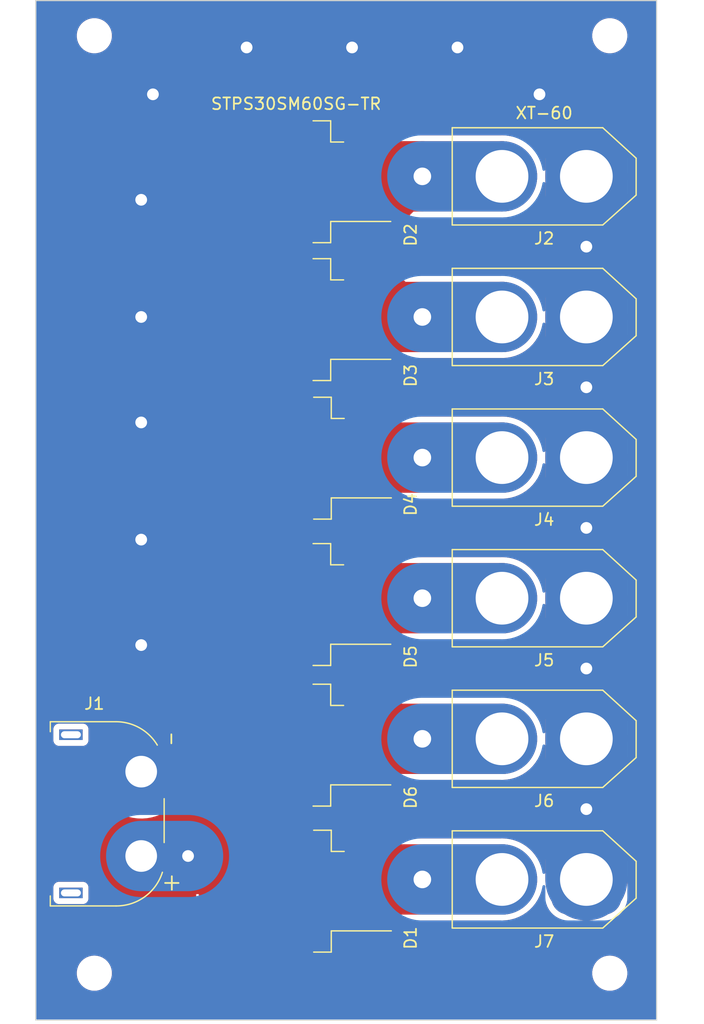
<source format=kicad_pcb>
(kicad_pcb (version 20221018) (generator pcbnew)
  (layers (0 "F.Cu" signal) (31 "B.Cu" signal) (34 "B.Paste" user) (35 "F.Paste" user) (36 "B.SilkS" user "B.Silkscreen") (37 "F.SilkS" user "F.Silkscreen") (38 "B.Mask" user) (39 "F.Mask" user) (44 "Edge.Cuts" user))
  (net 0 "")
  (net 1 "/VCC")
  (net 2 "Net-(D1-A2)")
  (net 3 "Net-(D2-A2)")
  (net 4 "Net-(D3-A2)")
  (net 5 "Net-(D4-A2)")
  (net 6 "Net-(D5-A2)")
  (net 7 "Net-(D6-A2)")
  (net 8 "GND")
  (footprint "Matt:TO-263-2_TabPin1_Alt" (layer "F.Cu") (at 162.4 129 180)
    (fp_text reference "D1" (at -11.6 -4 90) (layer "F.SilkS"))
    (fp_text value "STPS30SM60SG-TR")
    (fp_line (start -4.825 -5.2) (end -4.825 -3.39) (stroke (width 0.12)) (layer "F.SilkS"))
    (fp_line (start -4.825 -3.39) (end -9.95 -3.39) (stroke (width 0.12)) (layer "F.SilkS"))
    (fp_line (start -4.825 3.39) (end -5.925 3.39) (stroke (width 0.12)) (layer "F.SilkS"))
    (fp_line (start -4.825 5.2) (end -4.825 3.39) (stroke (width 0.12)) (layer "F.SilkS"))
    (fp_line (start -3.325 -5.2) (end -4.825 -5.2) (stroke (width 0.12)) (layer "F.SilkS"))
    (fp_line (start -3.325 5.2) (end -4.825 5.2) (stroke (width 0.12)) (layer "F.SilkS"))
    (pad "1" smd roundrect (at 1.5 0 180) (size 9.4 10.8) (layers "F.Cu" "F.Mask") (roundrect_rratio 0.02659574468) (net 1 "/VCC"))
    (pad "2" smd roundrect (at -7.65 -2.54 180) (size 4.6 1.1) (layers "F.Cu" "F.Paste" "F.Mask") (net 2 "Net-(D1-A2)"))
    (pad "2" smd roundrect (at -7.65 2.54 180) (size 4.6 1.1) (layers "F.Cu" "F.Paste" "F.Mask") (net 2 "Net-(D1-A2)"))
  )
  (footprint "MountingHole:MountingHole_2.5mm" (layer "F.Cu") (at 191 136)
    (fp_text reference "REF4" hide)
    (fp_text value "MountingHole_2.5mm")
    (pad "" np_thru_hole circle (at 0 0) (size 2.5 2.5) (drill 2.5) (layers "*.Cu" "*.Mask"))
  )
  (footprint "Connector_AMASS:AMASS_XT60-M_1x02_P7.20mm_Vertical" (layer "F.Cu") (at 189 104 180)
    (fp_text reference "J5" (at 3.6 -5.3) (layer "F.SilkS"))
    (fp_text value "XT-60")
    (fp_line (start -4.25 -1.6) (end -4.25 1.55) (stroke (width 0.12)) (layer "F.SilkS"))
    (fp_line (start -4.25 1.55) (end -1.4 4.15) (stroke (width 0.12)) (layer "F.SilkS"))
    (fp_line (start -1.4 -4.15) (end -4.25 -1.6) (stroke (width 0.12)) (layer "F.SilkS"))
    (fp_line (start -1.4 4.15) (end 11.45 4.15) (stroke (width 0.12)) (layer "F.SilkS"))
    (fp_line (start 11.45 -4.15) (end -1.4 -4.15) (stroke (width 0.12)) (layer "F.SilkS"))
    (fp_line (start 11.45 4.15) (end 11.45 -4.15) (stroke (width 0.12)) (layer "F.SilkS"))
    (pad "1" thru_hole roundrect (at 0 0 180) (size 6 6) (drill 4.5) (layers "*.Cu" "*.Mask") (net 8 "GND"))
    (pad "2" thru_hole circle (at 7.2 0 180) (size 6 6) (drill 4.5) (layers "*.Cu" "*.Mask") (net 6 "Net-(D5-A2)"))
  )
  (footprint "MountingHole:MountingHole_2.5mm" (layer "F.Cu") (at 191 56)
    (fp_text reference "REF2" hide)
    (fp_text value "MountingHole_2.5mm")
    (pad "" np_thru_hole circle (at 0 0) (size 2.5 2.5) (drill 2.5) (layers "*.Cu" "*.Mask"))
  )
  (footprint "Connector_AMASS:AMASS_XT60-M_1x02_P7.20mm_Vertical" (layer "F.Cu") (at 189 92 180)
    (fp_text reference "J4" (at 3.6 -5.3) (layer "F.SilkS"))
    (fp_text value "XT-60")
    (fp_line (start -4.25 -1.6) (end -4.25 1.55) (stroke (width 0.12)) (layer "F.SilkS"))
    (fp_line (start -4.25 1.55) (end -1.4 4.15) (stroke (width 0.12)) (layer "F.SilkS"))
    (fp_line (start -1.4 -4.15) (end -4.25 -1.6) (stroke (width 0.12)) (layer "F.SilkS"))
    (fp_line (start -1.4 4.15) (end 11.45 4.15) (stroke (width 0.12)) (layer "F.SilkS"))
    (fp_line (start 11.45 -4.15) (end -1.4 -4.15) (stroke (width 0.12)) (layer "F.SilkS"))
    (fp_line (start 11.45 4.15) (end 11.45 -4.15) (stroke (width 0.12)) (layer "F.SilkS"))
    (pad "1" thru_hole roundrect (at 0 0 180) (size 6 6) (drill 4.5) (layers "*.Cu" "*.Mask") (net 8 "GND"))
    (pad "2" thru_hole circle (at 7.2 0 180) (size 6 6) (drill 4.5) (layers "*.Cu" "*.Mask") (net 5 "Net-(D4-A2)"))
  )
  (footprint "MountingHole:MountingHole_2.5mm" (layer "F.Cu") (at 147 136)
    (fp_text reference "REF3" hide)
    (fp_text value "MountingHole_2.5mm")
    (pad "" np_thru_hole circle (at 0 0) (size 2.5 2.5) (drill 2.5) (layers "*.Cu" "*.Mask"))
  )
  (footprint "Matt:TO-263-2_TabPin1_Alt" (layer "F.Cu") (at 162.35 104.54 180)
    (fp_text reference "D5" (at -11.65 -4.46 90) (layer "F.SilkS"))
    (fp_text value "STPS30SM60SG-TR")
    (fp_line (start -4.825 -5.2) (end -4.825 -3.39) (stroke (width 0.12)) (layer "F.SilkS"))
    (fp_line (start -4.825 -3.39) (end -9.95 -3.39) (stroke (width 0.12)) (layer "F.SilkS"))
    (fp_line (start -4.825 3.39) (end -5.925 3.39) (stroke (width 0.12)) (layer "F.SilkS"))
    (fp_line (start -4.825 5.2) (end -4.825 3.39) (stroke (width 0.12)) (layer "F.SilkS"))
    (fp_line (start -3.325 -5.2) (end -4.825 -5.2) (stroke (width 0.12)) (layer "F.SilkS"))
    (fp_line (start -3.325 5.2) (end -4.825 5.2) (stroke (width 0.12)) (layer "F.SilkS"))
    (pad "1" smd roundrect (at 1.5 0 180) (size 9.4 10.8) (layers "F.Cu" "F.Mask") (roundrect_rratio 0.02659574468) (net 1 "/VCC"))
    (pad "2" smd roundrect (at -7.65 -2.54 180) (size 4.6 1.1) (layers "F.Cu" "F.Paste" "F.Mask") (net 6 "Net-(D5-A2)"))
    (pad "2" smd roundrect (at -7.65 2.54 180) (size 4.6 1.1) (layers "F.Cu" "F.Paste" "F.Mask") (net 6 "Net-(D5-A2)"))
  )
  (footprint "Connector_AMASS:AMASS_XT60-M_1x02_P7.20mm_Vertical" (layer "F.Cu") (at 189 68 180)
    (fp_text reference "J2" (at 3.6 -5.3) (layer "F.SilkS"))
    (fp_text value "XT-60" (at 3.6 5.4) (layer "F.SilkS"))
    (fp_line (start -4.25 -1.6) (end -4.25 1.55) (stroke (width 0.12)) (layer "F.SilkS"))
    (fp_line (start -4.25 1.55) (end -1.4 4.15) (stroke (width 0.12)) (layer "F.SilkS"))
    (fp_line (start -1.4 -4.15) (end -4.25 -1.6) (stroke (width 0.12)) (layer "F.SilkS"))
    (fp_line (start -1.4 4.15) (end 11.45 4.15) (stroke (width 0.12)) (layer "F.SilkS"))
    (fp_line (start 11.45 -4.15) (end -1.4 -4.15) (stroke (width 0.12)) (layer "F.SilkS"))
    (fp_line (start 11.45 4.15) (end 11.45 -4.15) (stroke (width 0.12)) (layer "F.SilkS"))
    (pad "1" thru_hole roundrect (at 0 0 180) (size 6 6) (drill 4.5) (layers "*.Cu" "*.Mask") (net 8 "GND"))
    (pad "2" thru_hole circle (at 7.2 0 180) (size 6 6) (drill 4.5) (layers "*.Cu" "*.Mask") (net 3 "Net-(D2-A2)"))
  )
  (footprint "Matt:TO-263-2_TabPin1_Alt" (layer "F.Cu") (at 162.35 68.46 180)
    (fp_text reference "D2" (at -11.65 -4.54 90) (layer "F.SilkS"))
    (fp_text value "STPS30SM60SG-TR" (at -1.875 6.65) (layer "F.SilkS"))
    (fp_line (start -4.825 -5.2) (end -4.825 -3.39) (stroke (width 0.12)) (layer "F.SilkS"))
    (fp_line (start -4.825 -3.39) (end -9.95 -3.39) (stroke (width 0.12)) (layer "F.SilkS"))
    (fp_line (start -4.825 3.39) (end -5.925 3.39) (stroke (width 0.12)) (layer "F.SilkS"))
    (fp_line (start -4.825 5.2) (end -4.825 3.39) (stroke (width 0.12)) (layer "F.SilkS"))
    (fp_line (start -3.325 -5.2) (end -4.825 -5.2) (stroke (width 0.12)) (layer "F.SilkS"))
    (fp_line (start -3.325 5.2) (end -4.825 5.2) (stroke (width 0.12)) (layer "F.SilkS"))
    (pad "1" smd roundrect (at 1.5 0 180) (size 9.4 10.8) (layers "F.Cu" "F.Mask") (roundrect_rratio 0.02659574468) (net 1 "/VCC"))
    (pad "2" smd roundrect (at -7.65 -2.54 180) (size 4.6 1.1) (layers "F.Cu" "F.Paste" "F.Mask") (net 3 "Net-(D2-A2)"))
    (pad "2" smd roundrect (at -7.65 2.54 180) (size 4.6 1.1) (layers "F.Cu" "F.Paste" "F.Mask") (net 3 "Net-(D2-A2)"))
  )
  (footprint "Matt:TO-263-2_TabPin1_Alt" (layer "F.Cu") (at 162.35 116.54 180)
    (fp_text reference "D6" (at -11.65 -4.46 90) (layer "F.SilkS"))
    (fp_text value "STPS30SM60SG-TR")
    (fp_line (start -4.825 -5.2) (end -4.825 -3.39) (stroke (width 0.12)) (layer "F.SilkS"))
    (fp_line (start -4.825 -3.39) (end -9.95 -3.39) (stroke (width 0.12)) (layer "F.SilkS"))
    (fp_line (start -4.825 3.39) (end -5.925 3.39) (stroke (width 0.12)) (layer "F.SilkS"))
    (fp_line (start -4.825 5.2) (end -4.825 3.39) (stroke (width 0.12)) (layer "F.SilkS"))
    (fp_line (start -3.325 -5.2) (end -4.825 -5.2) (stroke (width 0.12)) (layer "F.SilkS"))
    (fp_line (start -3.325 5.2) (end -4.825 5.2) (stroke (width 0.12)) (layer "F.SilkS"))
    (pad "1" smd roundrect (at 1.5 0 180) (size 9.4 10.8) (layers "F.Cu" "F.Mask") (roundrect_rratio 0.02659574468) (net 1 "/VCC"))
    (pad "2" smd roundrect (at -7.65 -2.54 180) (size 4.6 1.1) (layers "F.Cu" "F.Paste" "F.Mask") (net 7 "Net-(D6-A2)"))
    (pad "2" smd roundrect (at -7.65 2.54 180) (size 4.6 1.1) (layers "F.Cu" "F.Paste" "F.Mask") (net 7 "Net-(D6-A2)"))
  )
  (footprint "MountingHole:MountingHole_2.5mm" (layer "F.Cu") (at 147 56)
    (fp_text reference "REF1" hide)
    (fp_text value "MountingHole_2.5mm")
    (pad "" np_thru_hole circle (at 0 0) (size 2.5 2.5) (drill 2.5) (layers "*.Cu" "*.Mask"))
  )
  (footprint "Matt:TO-263-2_TabPin1_Alt" (layer "F.Cu") (at 162.35 80.225 180)
    (fp_text reference "D3" (at -11.65 -4.775 90) (layer "F.SilkS"))
    (fp_text value "STPS30SM60SG-TR")
    (fp_line (start -4.825 -5.2) (end -4.825 -3.39) (stroke (width 0.12)) (layer "F.SilkS"))
    (fp_line (start -4.825 -3.39) (end -9.95 -3.39) (stroke (width 0.12)) (layer "F.SilkS"))
    (fp_line (start -4.825 3.39) (end -5.925 3.39) (stroke (width 0.12)) (layer "F.SilkS"))
    (fp_line (start -4.825 5.2) (end -4.825 3.39) (stroke (width 0.12)) (layer "F.SilkS"))
    (fp_line (start -3.325 -5.2) (end -4.825 -5.2) (stroke (width 0.12)) (layer "F.SilkS"))
    (fp_line (start -3.325 5.2) (end -4.825 5.2) (stroke (width 0.12)) (layer "F.SilkS"))
    (pad "1" smd roundrect (at 1.5 0 180) (size 9.4 10.8) (layers "F.Cu" "F.Mask") (roundrect_rratio 0.02659574468) (net 1 "/VCC"))
    (pad "2" smd roundrect (at -7.65 -2.54 180) (size 4.6 1.1) (layers "F.Cu" "F.Paste" "F.Mask") (net 4 "Net-(D3-A2)"))
    (pad "2" smd roundrect (at -7.65 2.54 180) (size 4.6 1.1) (layers "F.Cu" "F.Paste" "F.Mask") (net 4 "Net-(D3-A2)"))
  )
  (footprint "Connector_AMASS:AMASS_XT60PW-F_1x02_P7.20mm_Horizontal" (layer "F.Cu") (at 151 118.8 90)
    (fp_text reference "J1" (at 5.8 -4 180) (layer "F.SilkS"))
    (fp_text value "XT60_INPUT")
    (fp_text user "+" (at -9.5 2.5 90) (layer "F.SilkS") (effects (font (size 1.5 1.5))))
    (fp_text user "-" (at 2.8 2.5 90) (layer "F.SilkS"))
    (fp_line (start -11.46 -7.76) (end -11.46 -2.15) (stroke (width 0.12)) (layer "F.SilkS"))
    (fp_line (start -11.46 -7.76) (end -10.61 -7.76) (stroke (width 0.12)) (layer "F.SilkS"))
    (fp_line (start -6.05 1.96) (end -2.31 1.96) (stroke (width 0.12)) (layer "F.SilkS"))
    (fp_line (start 3.41 -7.76) (end 4.26 -7.76) (stroke (width 0.12)) (layer "F.SilkS"))
    (fp_line (start 4.26 -7.76) (end 4.26 -2.15) (stroke (width 0.12)) (layer "F.SilkS"))
    (fp_arc (start -8.5899 1.808718) (mid -10.677645 0.302568) (end -11.46 -2.15) (stroke (width 0.12)) (layer "F.SilkS"))
    (fp_arc (start 4.26 -2.15) (mid 3.727162 -0.126139) (end 2.266806 1.372958) (stroke (width 0.12)) (layer "F.SilkS"))
    (pad "" thru_hole rect (at -10.35 -6 90) (size 0.9 2) (drill oval 0.6 1.7) (layers "*.Cu" "*.Mask"))
    (pad "" thru_hole rect (at 3.15 -6 90) (size 0.9 2) (drill oval 0.6 1.7) (layers "*.Cu" "*.Mask"))
    (pad "1" thru_hole roundrect (at 0 0 90) (size 4.1 4.1) (drill 2.7) (layers "*.Cu" "*.Mask") (net 8 "GND"))
    (pad "2" thru_hole circle (at -7.2 0 90) (size 4.1 4.1) (drill 2.7) (layers "*.Cu" "*.Mask") (net 1 "/VCC"))
  )
  (footprint "Connector_AMASS:AMASS_XT60-M_1x02_P7.20mm_Vertical" (layer "F.Cu") (at 189 80 180)
    (fp_text reference "J3" (at 3.6 -5.3) (layer "F.SilkS"))
    (fp_text value "XT-60")
    (fp_line (start -4.25 -1.6) (end -4.25 1.55) (stroke (width 0.12)) (layer "F.SilkS"))
    (fp_line (start -4.25 1.55) (end -1.4 4.15) (stroke (width 0.12)) (layer "F.SilkS"))
    (fp_line (start -1.4 -4.15) (end -4.25 -1.6) (stroke (width 0.12)) (layer "F.SilkS"))
    (fp_line (start -1.4 4.15) (end 11.45 4.15) (stroke (width 0.12)) (layer "F.SilkS"))
    (fp_line (start 11.45 -4.15) (end -1.4 -4.15) (stroke (width 0.12)) (layer "F.SilkS"))
    (fp_line (start 11.45 4.15) (end 11.45 -4.15) (stroke (width 0.12)) (layer "F.SilkS"))
    (pad "1" thru_hole roundrect (at 0 0 180) (size 6 6) (drill 4.5) (layers "*.Cu" "*.Mask") (net 8 "GND"))
    (pad "2" thru_hole circle (at 7.2 0 180) (size 6 6) (drill 4.5) (layers "*.Cu" "*.Mask") (net 4 "Net-(D3-A2)"))
  )
  (footprint "Connector_AMASS:AMASS_XT60-M_1x02_P7.20mm_Vertical" (layer "F.Cu") (at 189 116 180)
    (fp_text reference "J6" (at 3.6 -5.3) (layer "F.SilkS"))
    (fp_text value "XT-60")
    (fp_line (start -4.25 -1.6) (end -4.25 1.55) (stroke (width 0.12)) (layer "F.SilkS"))
    (fp_line (start -4.25 1.55) (end -1.4 4.15) (stroke (width 0.12)) (layer "F.SilkS"))
    (fp_line (start -1.4 -4.15) (end -4.25 -1.6) (stroke (width 0.12)) (layer "F.SilkS"))
    (fp_line (start -1.4 4.15) (end 11.45 4.15) (stroke (width 0.12)) (layer "F.SilkS"))
    (fp_line (start 11.45 -4.15) (end -1.4 -4.15) (stroke (width 0.12)) (layer "F.SilkS"))
    (fp_line (start 11.45 4.15) (end 11.45 -4.15) (stroke (width 0.12)) (layer "F.SilkS"))
    (pad "1" thru_hole roundrect (at 0 0 180) (size 6 6) (drill 4.5) (layers "*.Cu" "*.Mask") (net 8 "GND"))
    (pad "2" thru_hole circle (at 7.2 0 180) (size 6 6) (drill 4.5) (layers "*.Cu" "*.Mask") (net 7 "Net-(D6-A2)"))
  )
  (footprint "Matt:TO-263-2_TabPin1_Alt" (layer "F.Cu") (at 162.4 92.05 180)
    (fp_text reference "D4" (at -11.6 -3.95 90) (layer "F.SilkS"))
    (fp_text value "STPS30SM60SG-TR")
    (fp_line (start -4.825 -5.2) (end -4.825 -3.39) (stroke (width 0.12)) (layer "F.SilkS"))
    (fp_line (start -4.825 -3.39) (end -9.95 -3.39) (stroke (width 0.12)) (layer "F.SilkS"))
    (fp_line (start -4.825 3.39) (end -5.925 3.39) (stroke (width 0.12)) (layer "F.SilkS"))
    (fp_line (start -4.825 5.2) (end -4.825 3.39) (stroke (width 0.12)) (layer "F.SilkS"))
    (fp_line (start -3.325 -5.2) (end -4.825 -5.2) (stroke (width 0.12)) (layer "F.SilkS"))
    (fp_line (start -3.325 5.2) (end -4.825 5.2) (stroke (width 0.12)) (layer "F.SilkS"))
    (pad "1" smd roundrect (at 1.5 0 180) (size 9.4 10.8) (layers "F.Cu" "F.Mask") (roundrect_rratio 0.02659574468) (net 1 "/VCC"))
    (pad "2" smd roundrect (at -7.65 -2.54 180) (size 4.6 1.1) (layers "F.Cu" "F.Paste" "F.Mask") (net 5 "Net-(D4-A2)"))
    (pad "2" smd roundrect (at -7.65 2.54 180) (size 4.6 1.1) (layers "F.Cu" "F.Paste" "F.Mask") (net 5 "Net-(D4-A2)"))
  )
  (footprint "Connector_AMASS:AMASS_XT60-M_1x02_P7.20mm_Vertical" (layer "F.Cu") (at 189 128 180)
    (fp_text reference "J7" (at 3.6 -5.3) (layer "F.SilkS"))
    (fp_text value "XT-60")
    (fp_line (start -4.25 -1.6) (end -4.25 1.55) (stroke (width 0.12)) (layer "F.SilkS"))
    (fp_line (start -4.25 1.55) (end -1.4 4.15) (stroke (width 0.12)) (layer "F.SilkS"))
    (fp_line (start -1.4 -4.15) (end -4.25 -1.6) (stroke (width 0.12)) (layer "F.SilkS"))
    (fp_line (start -1.4 4.15) (end 11.45 4.15) (stroke (width 0.12)) (layer "F.SilkS"))
    (fp_line (start 11.45 -4.15) (end -1.4 -4.15) (stroke (width 0.12)) (layer "F.SilkS"))
    (fp_line (start 11.45 4.15) (end 11.45 -4.15) (stroke (width 0.12)) (layer "F.SilkS"))
    (pad "1" thru_hole roundrect (at 0 0 180) (size 6 6) (drill 4.5) (layers "*.Cu" "*.Mask") (net 8 "GND"))
    (pad "2" thru_hole circle (at 7.2 0 180) (size 6 6) (drill 4.5) (layers "*.Cu" "*.Mask") (net 2 "Net-(D1-A2)"))
  )
  (gr_rect (start 142 53) (end 195 140) (stroke (width 0.1)) (fill none) (layer "Edge.Cuts"))
  (segment (start 159.675 118) (end 160.9 116.775) (width 6) (layer "F.Cu") (net 1))
  (segment (start 151 126) (end 159.675 126) (width 6) (layer "F.Cu") (net 1))
  (segment (start 160.9 129) (end 160.85 68.46) (width 10) (layer "F.Cu") (net 1))
  (via (at 155 126) (size 2) (drill 1) (layers "F.Cu" "B.Cu") (net 1))
  (segment (start 151 126) (end 155 126) (width 6) (layer "B.Cu") (net 1))
  (segment (start 170.05 126.46) (end 170.05 131.54) (width 6) (layer "F.Cu") (net 2))
  (segment (start 181.8 128) (end 171.59 128) (width 6) (layer "F.Cu") (net 2))
  (segment (start 171.59 128) (end 170.05 126.46) (width 6) (layer "F.Cu") (net 2))
  (via (at 175 128) (size 3) (drill 1.5) (layers "F.Cu" "B.Cu") (net 2))
  (segment (start 181.8 128) (end 175 128) (width 6) (layer "B.Cu") (net 2))
  (segment (start 181.8 68) (end 173 68) (width 6) (layer "F.Cu") (net 3))
  (segment (start 173 68) (end 170 71) (width 6) (layer "F.Cu") (net 3))
  (segment (start 170 71) (end 170 65.92) (width 6) (layer "F.Cu") (net 3))
  (segment (start 175 68) (end 173 68) (width 6) (layer "F.Cu") (net 3))
  (via (at 175 68) (size 3) (drill 1.5) (layers "F.Cu" "B.Cu") (net 3))
  (segment (start 181.8 68) (end 175 68) (width 6) (layer "B.Cu") (net 3))
  (segment (start 181.8 80) (end 172.315 80) (width 6) (layer "F.Cu") (net 4))
  (segment (start 172.315 80) (end 170 77.685) (width 6) (layer "F.Cu") (net 4))
  (segment (start 170 77.685) (end 170 82.765) (width 6) (layer "F.Cu") (net 4))
  (via (at 175 80) (size 3) (drill 1.5) (layers "F.Cu" "B.Cu") (net 4))
  (segment (start 181.8 80) (end 175 80) (width 6) (layer "B.Cu") (net 4))
  (segment (start 181.8 92) (end 171 92) (width 6) (layer "F.Cu") (net 5))
  (segment (start 170.05 91.05) (end 170.05 94.59) (width 6) (layer "F.Cu") (net 5))
  (segment (start 171 92) (end 170.05 91.05) (width 6) (layer "F.Cu") (net 5))
  (via (at 175 92) (size 3) (drill 1.5) (layers "F.Cu" "B.Cu") (net 5))
  (segment (start 181.8 92) (end 175 92) (width 6) (layer "B.Cu") (net 5))
  (segment (start 170 102) (end 170 107.08) (width 6) (layer "F.Cu") (net 6))
  (segment (start 181.8 104) (end 172 104) (width 6) (layer "F.Cu") (net 6))
  (segment (start 172 104) (end 170 102) (width 6) (layer "F.Cu") (net 6))
  (via (at 175 104) (size 3) (drill 1.5) (layers "F.Cu" "B.Cu") (net 6))
  (segment (start 181.8 104) (end 175 104) (width 6) (layer "B.Cu") (net 6))
  (segment (start 170 114) (end 170 119.08) (width 6) (layer "F.Cu") (net 7))
  (segment (start 172 116) (end 170 114) (width 6) (layer "F.Cu") (net 7))
  (segment (start 181.8 116) (end 172 116) (width 6) (layer "F.Cu") (net 7))
  (via (at 175 116) (size 3) (drill 1.5) (layers "F.Cu" "B.Cu") (net 7))
  (segment (start 181.8 116) (end 175 116) (width 6) (layer "B.Cu") (net 7))
  (segment (start 151 61.781014) (end 151 118.8) (width 7) (layer "F.Cu") (net 8))
  (segment (start 189 92) (end 189 80) (width 7) (layer "F.Cu") (net 8))
  (segment (start 181 57) (end 178 57) (width 7) (layer "F.Cu") (net 8))
  (segment (start 189 68) (end 189 65) (width 7) (layer "F.Cu") (net 8))
  (segment (start 189 65) (end 181 57) (width 7) (layer "F.Cu") (net 8))
  (segment (start 155.781014 57) (end 151 61.781014) (width 7) (layer "F.Cu") (net 8))
  (segment (start 189 116) (end 189 104) (width 7) (layer "F.Cu") (net 8))
  (segment (start 180.558074 57) (end 155.781014 57) (width 7) (layer "F.Cu") (net 8))
  (segment (start 189 80) (end 189 68) (width 7) (layer "F.Cu") (net 8))
  (segment (start 189 128) (end 189 116) (width 7) (layer "F.Cu") (net 8))
  (segment (start 189 104) (end 189 92) (width 7) (layer "F.Cu") (net 8))
  (via (at 189 86) (size 2) (drill 1) (layers "F.Cu" "B.Cu") (net 8))
  (via (at 152 61) (size 2) (drill 1) (layers "F.Cu" "B.Cu") (net 8))
  (via (at 151 99) (size 2) (drill 1) (layers "F.Cu" "B.Cu") (net 8))
  (via (at 189 122) (size 2) (drill 1) (layers "F.Cu" "B.Cu") (net 8))
  (via (at 189 74) (size 2) (drill 1) (layers "F.Cu" "B.Cu") (net 8))
  (via (at 151 89) (size 2) (drill 1) (layers "F.Cu" "B.Cu") (net 8))
  (via (at 169 57) (size 2) (drill 1) (layers "F.Cu" "B.Cu") (net 8))
  (via (at 151 70) (size 2) (drill 1) (layers "F.Cu" "B.Cu") (net 8))
  (via (at 178 57) (size 2) (drill 1) (layers "F.Cu" "B.Cu") (net 8))
  (via (at 151 80) (size 2) (drill 1) (layers "F.Cu" "B.Cu") (net 8))
  (via (at 185 61) (size 2) (drill 1) (layers "F.Cu" "B.Cu") (net 8))
  (via (at 160 57) (size 2) (drill 1) (layers "F.Cu" "B.Cu") (net 8))
  (via (at 189 110) (size 2) (drill 1) (layers "F.Cu" "B.Cu") (net 8))
  (via (at 151 108) (size 2) (drill 1) (layers "F.Cu" "B.Cu") (net 8))
  (via (at 189 98) (size 2) (drill 1) (layers "F.Cu" "B.Cu") (net 8))
  (segment (start 189 122) (end 189 110) (width 7) (layer "B.Cu") (net 8))
  (segment (start 189 128) (end 189 122) (width 7) (layer "B.Cu") (net 8))
  (segment (start 189 110) (end 189 98) (width 7) (layer "B.Cu") (net 8))
  (segment (start 151 80) (end 151 89) (width 7) (layer "B.Cu") (net 8))
  (segment (start 189 86) (end 189 74) (width 7) (layer "B.Cu") (net 8))
  (segment (start 189 98) (end 189 86) (width 7) (layer "B.Cu") (net 8))
  (segment (start 151 118.8) (end 151 99) (width 7) (layer "B.Cu") (net 8))
  (segment (start 151 89) (end 151 99) (width 7) (layer "B.Cu") (net 8))
  (segment (start 152 61) (end 151 62) (width 7) (layer "B.Cu") (net 8))
  (segment (start 156 57) (end 152 61) (width 7) (layer "B.Cu") (net 8))
  (segment (start 151 70) (end 151 80) (width 7) (layer "B.Cu") (net 8))
  (segment (start 169 57) (end 160 57) (width 7) (layer "B.Cu") (net 8))
  (segment (start 189 65) (end 185 61) (width 7) (layer "B.Cu") (net 8))
  (segment (start 185 61) (end 181 57) (width 7) (layer "B.Cu") (net 8))
  (segment (start 160 57) (end 156 57) (width 7) (layer "B.Cu") (net 8))
  (segment (start 189 74) (end 189 65) (width 7) (layer "B.Cu") (net 8))
  (segment (start 181 57) (end 178 57) (width 7) (layer "B.Cu") (net 8))
  (segment (start 178 57) (end 169 57) (width 7) (layer "B.Cu") (net 8))
  (segment (start 151 62) (end 151 70) (width 7) (layer "B.Cu") (net 8))
  (zone (net 1) (net_name "/VCC") (layer "F.Cu") (connect_pads (clearance 0.5)) (min_thickness 0.25) (fill yes (thermal_gap 0.5) (thermal_bridge_width 0.5))
    (polygon (pts (xy 142 140) (xy 195 140) (xy 195 53) (xy 142 53)))
  )
  (zone (net 8) (net_name "GND") (layer "B.Cu") (priority 1) (connect_pads (clearance 0.5)) (min_thickness 0.25) (fill yes (thermal_gap 0.5) (thermal_bridge_width 0.5))
    (polygon (pts (xy 142 140) (xy 195 140) (xy 195 53) (xy 142 53)))
  )
)
</source>
